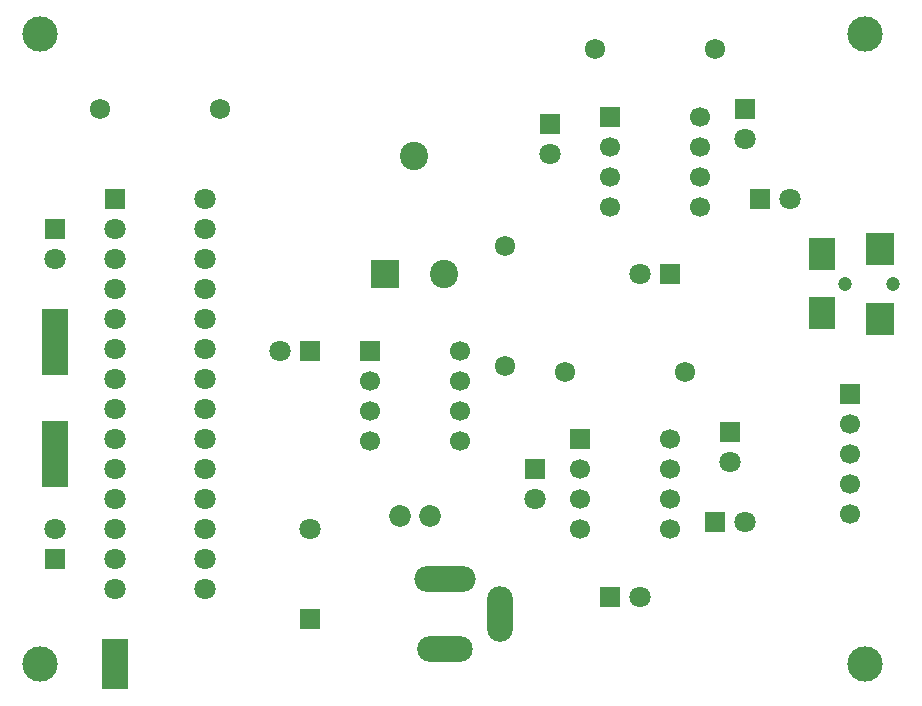
<source format=gbr>
G04 DipTrace 3.3.0.1*
G04 TopMask.gbr*
%MOMM*%
G04 #@! TF.FileFunction,Soldermask,Top*
G04 #@! TF.Part,Single*
%ADD34C,3.0*%
%ADD35C,1.2*%
%ADD42R,2.2X5.7*%
%ADD44C,1.7*%
%ADD46C,1.7*%
%ADD48R,1.7X1.7*%
%ADD50C,2.4*%
%ADD52R,2.4X2.4*%
%ADD54C,1.724*%
%ADD56C,1.724*%
%ADD58O,2.2X4.7*%
%ADD60O,5.2X2.2*%
%ADD62O,4.7X2.2*%
%ADD64R,2.2X2.8*%
%ADD66R,2.4X2.8*%
%ADD68R,2.2X4.2*%
%ADD70C,1.85*%
%ADD72C,1.8*%
%ADD73R,1.8X1.8*%
%FSLAX35Y35*%
G04*
G71*
G90*
G75*
G01*
G04 TopMask*
%LPD*%
D73*
X3671000Y4036000D3*
D72*
X3417000D3*
D70*
X4433000Y2639000D3*
X4687000D3*
D73*
X3667000Y1762000D3*
D72*
Y2524000D3*
X5699000Y5699000D3*
D73*
Y5953000D3*
D72*
X6461000Y4683000D3*
D73*
X6715000D3*
D72*
X7731000Y5318000D3*
D73*
X7477000D3*
D72*
X7350000Y5826000D3*
D73*
Y6080000D3*
D72*
X5572000Y2778000D3*
D73*
Y3032000D3*
D72*
X6461000Y1952500D3*
D73*
X6207000D3*
D72*
X7350000Y2587500D3*
D73*
X7096000D3*
D72*
X7223000Y3095500D3*
D73*
Y3349500D3*
D72*
X1508000Y2524000D3*
D73*
Y2270000D3*
D72*
Y4810000D3*
D73*
Y5064000D3*
D68*
X2016000Y1381000D3*
D34*
X1381000Y6715000D3*
X8366000D3*
X1381000Y1381000D3*
X8366000D3*
D66*
X8493000Y4302000D3*
Y4902000D3*
D64*
X8003000Y4352000D3*
Y4852000D3*
D35*
X8603000Y4602000D3*
X8203000D3*
D62*
X4810000Y1508000D3*
D60*
Y2108000D3*
D58*
X5280000Y1808000D3*
D56*
X5322000Y4925000D3*
D54*
Y3909000D3*
D52*
X4302000Y4683000D3*
D50*
X4552000Y5683000D3*
X4802000Y4683000D3*
D56*
X7096000Y6588000D3*
D54*
X6080000D3*
D56*
X6842000Y3857500D3*
D54*
X5826000D3*
D56*
X2905000Y6080000D3*
D54*
X1889000D3*
D48*
X8239000Y3667000D3*
D46*
Y3413000D3*
Y3159000D3*
Y2905000D3*
Y2651000D3*
D48*
X6207000Y6016500D3*
D46*
Y5762500D3*
Y5508500D3*
Y5254500D3*
X6969000D3*
Y5508500D3*
Y5762500D3*
Y6016500D3*
D48*
X5953000Y3286000D3*
D46*
Y3032000D3*
Y2778000D3*
Y2524000D3*
X6715000D3*
Y2778000D3*
Y3032000D3*
Y3286000D3*
D73*
X2016000Y5318000D3*
D72*
Y5064000D3*
Y4810000D3*
Y4556000D3*
Y4302000D3*
Y4048000D3*
Y3794000D3*
Y3540000D3*
Y3286000D3*
Y3032000D3*
Y2778000D3*
Y2524000D3*
Y2270000D3*
Y2016000D3*
X2778000D3*
Y2270000D3*
Y2524000D3*
Y2778000D3*
Y3032000D3*
Y3286000D3*
Y3540000D3*
Y3794000D3*
Y4048000D3*
Y4302000D3*
Y4556000D3*
Y4810000D3*
Y5064000D3*
Y5318000D3*
D48*
X4179000Y4036000D3*
D44*
Y3782000D3*
Y3528000D3*
Y3274000D3*
X4941000D3*
Y3528000D3*
Y3782000D3*
Y4036000D3*
D42*
X1508000Y3159000D3*
Y4109000D3*
M02*

</source>
